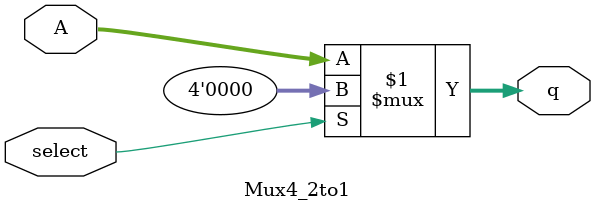
<source format=sv>
module Mux4_2to1(input[3:0] A, input select, output[3:0] q);
  
  assign q = select?4'b0:A;
  
endmodule

</source>
